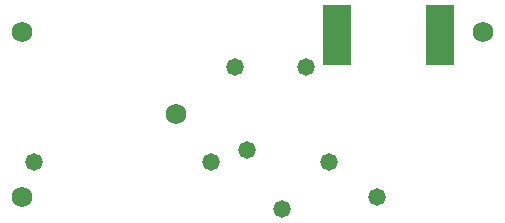
<source format=gbr>
G04*
G04 #@! TF.GenerationSoftware,Altium Limited,Altium Designer,24.6.1 (21)*
G04*
G04 Layer_Color=16711935*
%FSLAX25Y25*%
%MOIN*%
G70*
G04*
G04 #@! TF.SameCoordinates,848F02FD-2630-40CC-A56B-9648625414CD*
G04*
G04*
G04 #@! TF.FilePolarity,Negative*
G04*
G01*
G75*
%ADD20R,0.09500X0.20000*%
%ADD29C,0.06800*%
%ADD30C,0.05800*%
D20*
X116608Y65840D02*
D03*
X151108D02*
D03*
D29*
X62992Y39370D02*
D03*
X165354Y66929D02*
D03*
X11811Y11811D02*
D03*
Y66929D02*
D03*
D30*
X106299Y55118D02*
D03*
X114173Y23622D02*
D03*
X15748D02*
D03*
X86614Y27559D02*
D03*
X74803Y23622D02*
D03*
X98425Y7874D02*
D03*
X82677Y55118D02*
D03*
X129921Y11811D02*
D03*
M02*

</source>
